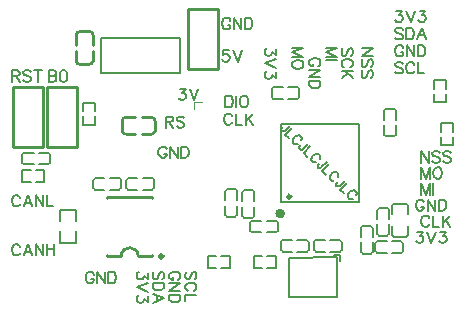
<source format=gto>
G04 Layer: TopSilkscreenLayer*
G04 EasyEDA v6.5.40, 2024-02-03 19:01:27*
G04 629f34bd56064ca5b14c1ddf27600c48,2e16165ee3bb4678bfb3015e44e098b9,10*
G04 Gerber Generator version 0.2*
G04 Scale: 100 percent, Rotated: No, Reflected: No *
G04 Dimensions in millimeters *
G04 leading zeros omitted , absolute positions ,4 integer and 5 decimal *
%FSLAX45Y45*%
%MOMM*%

%ADD10C,0.1600*%
%ADD11C,0.1524*%
%ADD12C,0.2540*%
%ADD13C,0.2000*%
%ADD14C,0.1520*%
%ADD15C,0.1200*%
%ADD16C,0.4000*%
%ADD17C,0.3000*%
%ADD18C,0.0105*%

%LPD*%
D10*
X1904464Y-469069D02*
G01*
X1858998Y-469069D01*
X1854426Y-509963D01*
X1858998Y-505391D01*
X1872714Y-500819D01*
X1886430Y-500819D01*
X1899892Y-505391D01*
X1909036Y-514535D01*
X1913608Y-528251D01*
X1913608Y-537395D01*
X1909036Y-550857D01*
X1899892Y-560001D01*
X1886430Y-564573D01*
X1872714Y-564573D01*
X1858998Y-560001D01*
X1854426Y-555429D01*
X1850108Y-546285D01*
X1943580Y-469069D02*
G01*
X1979902Y-564573D01*
X2016478Y-469069D02*
G01*
X1979902Y-564573D01*
X1918177Y-216915D02*
G01*
X1913605Y-207771D01*
X1904461Y-198628D01*
X1895571Y-194055D01*
X1877283Y-194055D01*
X1868139Y-198628D01*
X1858995Y-207771D01*
X1854677Y-216915D01*
X1850105Y-230631D01*
X1850105Y-253237D01*
X1854677Y-266954D01*
X1858995Y-276097D01*
X1868139Y-284987D01*
X1877283Y-289560D01*
X1895571Y-289560D01*
X1904461Y-284987D01*
X1913605Y-276097D01*
X1918177Y-266954D01*
X1918177Y-253237D01*
X1895571Y-253237D02*
G01*
X1918177Y-253237D01*
X1948149Y-194055D02*
G01*
X1948149Y-289560D01*
X1948149Y-194055D02*
G01*
X2011903Y-289560D01*
X2011903Y-194055D02*
G01*
X2011903Y-289560D01*
X2041875Y-194055D02*
G01*
X2041875Y-289560D01*
X2041875Y-194055D02*
G01*
X2073625Y-194055D01*
X2087341Y-198628D01*
X2096485Y-207771D01*
X2100803Y-216915D01*
X2105375Y-230631D01*
X2105375Y-253237D01*
X2100803Y-266954D01*
X2096485Y-276097D01*
X2087341Y-284987D01*
X2073625Y-289560D01*
X2041875Y-289560D01*
X70114Y-639132D02*
G01*
X70114Y-734636D01*
X70114Y-639132D02*
G01*
X111008Y-639132D01*
X124470Y-643704D01*
X129042Y-648276D01*
X133614Y-657166D01*
X133614Y-666310D01*
X129042Y-675454D01*
X124470Y-680026D01*
X111008Y-684598D01*
X70114Y-684598D01*
X101864Y-684598D02*
G01*
X133614Y-734636D01*
X227340Y-652848D02*
G01*
X218196Y-643704D01*
X204480Y-639132D01*
X186446Y-639132D01*
X172730Y-643704D01*
X163586Y-652848D01*
X163586Y-661738D01*
X168158Y-670882D01*
X172730Y-675454D01*
X181874Y-680026D01*
X209052Y-689170D01*
X218196Y-693742D01*
X222768Y-698060D01*
X227340Y-707204D01*
X227340Y-720920D01*
X218196Y-730064D01*
X204480Y-734636D01*
X186446Y-734636D01*
X172730Y-730064D01*
X163586Y-720920D01*
X289062Y-639132D02*
G01*
X289062Y-734636D01*
X257312Y-639132D02*
G01*
X320812Y-639132D01*
X379984Y-639063D02*
G01*
X379984Y-734568D01*
X379984Y-639063D02*
G01*
X420878Y-639063D01*
X434594Y-643636D01*
X439165Y-648207D01*
X443737Y-657352D01*
X443737Y-666495D01*
X439165Y-675386D01*
X434594Y-679957D01*
X420878Y-684529D01*
X379984Y-684529D02*
G01*
X420878Y-684529D01*
X434594Y-689102D01*
X439165Y-693673D01*
X443737Y-702818D01*
X443737Y-716279D01*
X439165Y-725423D01*
X434594Y-729995D01*
X420878Y-734568D01*
X379984Y-734568D01*
X500887Y-639063D02*
G01*
X487171Y-643636D01*
X478281Y-657352D01*
X473710Y-679957D01*
X473710Y-693673D01*
X478281Y-716279D01*
X487171Y-729995D01*
X500887Y-734568D01*
X510031Y-734568D01*
X523747Y-729995D01*
X532637Y-716279D01*
X537210Y-693673D01*
X537210Y-679957D01*
X532637Y-657352D01*
X523747Y-643636D01*
X510031Y-639063D01*
X500887Y-639063D01*
X138176Y-1716786D02*
G01*
X133604Y-1707642D01*
X124460Y-1698752D01*
X115570Y-1694179D01*
X97281Y-1694179D01*
X88137Y-1698752D01*
X78994Y-1707642D01*
X74421Y-1716786D01*
X70104Y-1730502D01*
X70104Y-1753107D01*
X74421Y-1766823D01*
X78994Y-1775968D01*
X88137Y-1785112D01*
X97281Y-1789429D01*
X115570Y-1789429D01*
X124460Y-1785112D01*
X133604Y-1775968D01*
X138176Y-1766823D01*
X204470Y-1694179D02*
G01*
X168147Y-1789429D01*
X204470Y-1694179D02*
G01*
X240792Y-1789429D01*
X181863Y-1757679D02*
G01*
X227329Y-1757679D01*
X271018Y-1694179D02*
G01*
X271018Y-1789429D01*
X271018Y-1694179D02*
G01*
X334518Y-1789429D01*
X334518Y-1694179D02*
G01*
X334518Y-1789429D01*
X364489Y-1694179D02*
G01*
X364489Y-1789429D01*
X364489Y-1789429D02*
G01*
X419100Y-1789429D01*
X138176Y-2131821D02*
G01*
X133604Y-2122931D01*
X124713Y-2113787D01*
X115570Y-2109215D01*
X97281Y-2109215D01*
X88137Y-2113787D01*
X79247Y-2122931D01*
X74676Y-2131821D01*
X70104Y-2145537D01*
X70104Y-2168397D01*
X74676Y-2181860D01*
X79247Y-2191004D01*
X88137Y-2200147D01*
X97281Y-2204720D01*
X115570Y-2204720D01*
X124713Y-2200147D01*
X133604Y-2191004D01*
X138176Y-2181860D01*
X204723Y-2109215D02*
G01*
X168147Y-2204720D01*
X204723Y-2109215D02*
G01*
X241045Y-2204720D01*
X181863Y-2172715D02*
G01*
X227329Y-2172715D01*
X271018Y-2109215D02*
G01*
X271018Y-2204720D01*
X271018Y-2109215D02*
G01*
X334518Y-2204720D01*
X334518Y-2109215D02*
G01*
X334518Y-2204720D01*
X364744Y-2109215D02*
G01*
X364744Y-2204720D01*
X428244Y-2109215D02*
G01*
X428244Y-2204720D01*
X364744Y-2154681D02*
G01*
X428244Y-2154681D01*
X1617296Y-2408417D02*
G01*
X1626440Y-2399273D01*
X1630758Y-2385811D01*
X1630758Y-2367523D01*
X1626440Y-2353807D01*
X1617296Y-2344917D01*
X1608152Y-2344917D01*
X1599008Y-2349489D01*
X1594436Y-2353807D01*
X1589864Y-2362951D01*
X1580974Y-2390383D01*
X1576402Y-2399273D01*
X1571830Y-2403845D01*
X1562686Y-2408417D01*
X1548970Y-2408417D01*
X1540080Y-2399273D01*
X1535508Y-2385811D01*
X1535508Y-2367523D01*
X1540080Y-2353807D01*
X1548970Y-2344917D01*
X1608152Y-2506715D02*
G01*
X1617296Y-2502143D01*
X1626440Y-2492999D01*
X1630758Y-2483855D01*
X1630758Y-2465821D01*
X1626440Y-2456677D01*
X1617296Y-2447533D01*
X1608152Y-2442961D01*
X1594436Y-2438389D01*
X1571830Y-2438389D01*
X1558114Y-2442961D01*
X1548970Y-2447533D01*
X1540080Y-2456677D01*
X1535508Y-2465821D01*
X1535508Y-2483855D01*
X1540080Y-2492999D01*
X1548970Y-2502143D01*
X1558114Y-2506715D01*
X1630758Y-2536687D02*
G01*
X1535508Y-2536687D01*
X1535508Y-2536687D02*
G01*
X1535508Y-2591297D01*
X1471434Y-2412994D02*
G01*
X1480576Y-2408420D01*
X1489715Y-2399284D01*
X1494287Y-2390381D01*
X1494287Y-2372100D01*
X1489715Y-2362956D01*
X1480576Y-2353810D01*
X1471434Y-2349497D01*
X1457718Y-2344920D01*
X1435117Y-2344920D01*
X1421399Y-2349497D01*
X1412247Y-2353810D01*
X1403367Y-2362956D01*
X1398785Y-2372100D01*
X1398785Y-2390381D01*
X1403367Y-2399284D01*
X1412247Y-2408420D01*
X1421399Y-2412994D01*
X1435117Y-2412994D01*
X1435117Y-2390381D02*
G01*
X1435117Y-2412994D01*
X1494287Y-2442961D02*
G01*
X1398785Y-2442961D01*
X1494287Y-2442961D02*
G01*
X1398785Y-2506723D01*
X1494287Y-2506723D02*
G01*
X1398785Y-2506723D01*
X1494287Y-2536692D02*
G01*
X1398785Y-2536692D01*
X1494287Y-2536692D02*
G01*
X1494287Y-2568442D01*
X1489715Y-2582148D01*
X1480576Y-2591297D01*
X1471434Y-2595608D01*
X1457718Y-2600192D01*
X1435117Y-2600192D01*
X1421399Y-2595608D01*
X1412247Y-2591297D01*
X1403367Y-2582148D01*
X1398785Y-2568442D01*
X1398785Y-2536692D01*
X1344112Y-2408417D02*
G01*
X1353002Y-2399273D01*
X1357574Y-2385811D01*
X1357574Y-2367523D01*
X1353002Y-2353807D01*
X1344112Y-2344917D01*
X1334968Y-2344917D01*
X1325824Y-2349235D01*
X1321252Y-2353807D01*
X1316680Y-2362951D01*
X1307536Y-2390383D01*
X1302964Y-2399273D01*
X1298646Y-2403845D01*
X1289502Y-2408417D01*
X1275786Y-2408417D01*
X1266642Y-2399273D01*
X1262070Y-2385811D01*
X1262070Y-2367523D01*
X1266642Y-2353807D01*
X1275786Y-2344917D01*
X1357574Y-2438389D02*
G01*
X1262070Y-2438389D01*
X1357574Y-2438389D02*
G01*
X1357574Y-2470139D01*
X1353002Y-2483855D01*
X1344112Y-2492999D01*
X1334968Y-2497571D01*
X1321252Y-2502143D01*
X1298646Y-2502143D01*
X1284930Y-2497571D01*
X1275786Y-2492999D01*
X1266642Y-2483855D01*
X1262070Y-2470139D01*
X1262070Y-2438389D01*
X1357574Y-2568437D02*
G01*
X1262070Y-2532115D01*
X1357574Y-2568437D02*
G01*
X1262070Y-2604759D01*
X1294074Y-2545831D02*
G01*
X1294074Y-2591297D01*
X1220861Y-2354061D02*
G01*
X1220861Y-2404099D01*
X1184539Y-2376921D01*
X1184539Y-2390383D01*
X1179967Y-2399527D01*
X1175395Y-2404099D01*
X1161933Y-2408671D01*
X1152789Y-2408671D01*
X1139073Y-2404099D01*
X1129929Y-2394955D01*
X1125357Y-2381239D01*
X1125357Y-2367777D01*
X1129929Y-2354061D01*
X1134501Y-2349489D01*
X1143645Y-2344917D01*
X1220861Y-2438643D02*
G01*
X1125357Y-2474965D01*
X1220861Y-2511287D02*
G01*
X1125357Y-2474965D01*
X1220861Y-2550403D02*
G01*
X1220861Y-2600441D01*
X1184539Y-2573263D01*
X1184539Y-2586725D01*
X1179967Y-2595869D01*
X1175395Y-2600441D01*
X1161933Y-2605013D01*
X1152789Y-2605013D01*
X1139073Y-2600441D01*
X1129929Y-2591297D01*
X1125357Y-2577835D01*
X1125357Y-2564119D01*
X1129929Y-2550403D01*
X1134501Y-2545831D01*
X1143645Y-2541259D01*
X1875091Y-854156D02*
G01*
X1875091Y-949660D01*
X1875091Y-854156D02*
G01*
X1906841Y-854156D01*
X1920557Y-858728D01*
X1929447Y-867618D01*
X1934019Y-876762D01*
X1938591Y-890478D01*
X1938591Y-913084D01*
X1934019Y-926800D01*
X1929447Y-935944D01*
X1920557Y-945088D01*
X1906841Y-949660D01*
X1875091Y-949660D01*
X1968563Y-854156D02*
G01*
X1968563Y-949660D01*
X2025967Y-854156D02*
G01*
X2016823Y-858728D01*
X2007679Y-867618D01*
X2003107Y-876762D01*
X1998535Y-890478D01*
X1998535Y-913084D01*
X2003107Y-926800D01*
X2007679Y-935944D01*
X2016823Y-945088D01*
X2025967Y-949660D01*
X2044001Y-949660D01*
X2053145Y-945088D01*
X2062289Y-935944D01*
X2066861Y-926800D01*
X2071433Y-913084D01*
X2071433Y-890478D01*
X2066861Y-876762D01*
X2062289Y-867618D01*
X2053145Y-858728D01*
X2044001Y-854156D01*
X2025967Y-854156D01*
X1933107Y-1026749D02*
G01*
X1928535Y-1017605D01*
X1919645Y-1008715D01*
X1910501Y-1004143D01*
X1892213Y-1004143D01*
X1883069Y-1008715D01*
X1874179Y-1017605D01*
X1869607Y-1026749D01*
X1865035Y-1040465D01*
X1865035Y-1063071D01*
X1869607Y-1076787D01*
X1874179Y-1085931D01*
X1883069Y-1095075D01*
X1892213Y-1099647D01*
X1910501Y-1099647D01*
X1919645Y-1095075D01*
X1928535Y-1085931D01*
X1933107Y-1076787D01*
X1963079Y-1004143D02*
G01*
X1963079Y-1099647D01*
X1963079Y-1099647D02*
G01*
X2017689Y-1099647D01*
X2047661Y-1004143D02*
G01*
X2047661Y-1099647D01*
X2111415Y-1004143D02*
G01*
X2047661Y-1067643D01*
X2070521Y-1045037D02*
G01*
X2111415Y-1099647D01*
X2658135Y-603171D02*
G01*
X2667284Y-598591D01*
X2676420Y-589460D01*
X2681000Y-580557D01*
X2681000Y-562267D01*
X2676420Y-553130D01*
X2667284Y-543994D01*
X2658135Y-539671D01*
X2644409Y-535091D01*
X2621818Y-535091D01*
X2608089Y-539671D01*
X2598953Y-543994D01*
X2590068Y-553130D01*
X2585488Y-562267D01*
X2585488Y-580557D01*
X2590068Y-589460D01*
X2598953Y-598591D01*
X2608089Y-603171D01*
X2621818Y-603171D01*
X2621818Y-580557D02*
G01*
X2621818Y-603171D01*
X2681000Y-633145D02*
G01*
X2585488Y-633145D01*
X2681000Y-633145D02*
G01*
X2585488Y-696884D01*
X2681000Y-696884D02*
G01*
X2585488Y-696884D01*
X2681000Y-726876D02*
G01*
X2585488Y-726876D01*
X2681000Y-726876D02*
G01*
X2681000Y-758626D01*
X2676420Y-772342D01*
X2667284Y-781479D01*
X2658135Y-785784D01*
X2644409Y-790376D01*
X2621818Y-790376D01*
X2608089Y-785784D01*
X2598953Y-781479D01*
X2590068Y-772342D01*
X2585488Y-758626D01*
X2585488Y-726876D01*
X2535844Y-450044D02*
G01*
X2440594Y-450044D01*
X2535844Y-450044D02*
G01*
X2440594Y-486366D01*
X2535844Y-522942D02*
G01*
X2440594Y-486366D01*
X2535844Y-522942D02*
G01*
X2440594Y-522942D01*
X2535844Y-580092D02*
G01*
X2531526Y-570948D01*
X2522382Y-561804D01*
X2513238Y-557486D01*
X2499522Y-552914D01*
X2476916Y-552914D01*
X2463200Y-557486D01*
X2454056Y-561804D01*
X2445166Y-570948D01*
X2440594Y-580092D01*
X2440594Y-598380D01*
X2445166Y-607270D01*
X2454056Y-616414D01*
X2463200Y-620986D01*
X2476916Y-625558D01*
X2499522Y-625558D01*
X2513238Y-620986D01*
X2522382Y-616414D01*
X2531526Y-607270D01*
X2535844Y-598380D01*
X2535844Y-580092D01*
X2825889Y-450042D02*
G01*
X2730385Y-450042D01*
X2825889Y-450042D02*
G01*
X2730385Y-486364D01*
X2825889Y-522686D02*
G01*
X2730385Y-486364D01*
X2825889Y-522686D02*
G01*
X2730385Y-522686D01*
X2825889Y-552658D02*
G01*
X2730385Y-552658D01*
X2942323Y-513542D02*
G01*
X2951467Y-504398D01*
X2955785Y-490936D01*
X2955785Y-472648D01*
X2951467Y-458932D01*
X2942323Y-450042D01*
X2933179Y-450042D01*
X2924035Y-454614D01*
X2919463Y-458932D01*
X2914891Y-468076D01*
X2906001Y-495508D01*
X2901429Y-504398D01*
X2896857Y-508970D01*
X2887713Y-513542D01*
X2873997Y-513542D01*
X2865107Y-504398D01*
X2860535Y-490936D01*
X2860535Y-472648D01*
X2865107Y-458932D01*
X2873997Y-450042D01*
X2933179Y-611840D02*
G01*
X2942323Y-607268D01*
X2951467Y-598124D01*
X2955785Y-588980D01*
X2955785Y-570946D01*
X2951467Y-561802D01*
X2942323Y-552658D01*
X2933179Y-548086D01*
X2919463Y-543514D01*
X2896857Y-543514D01*
X2883141Y-548086D01*
X2873997Y-552658D01*
X2865107Y-561802D01*
X2860535Y-570946D01*
X2860535Y-588980D01*
X2865107Y-598124D01*
X2873997Y-607268D01*
X2883141Y-611840D01*
X2955785Y-641812D02*
G01*
X2860535Y-641812D01*
X2955785Y-705312D02*
G01*
X2892285Y-641812D01*
X2914891Y-664418D02*
G01*
X2860535Y-705312D01*
X3125906Y-450044D02*
G01*
X3030402Y-450044D01*
X3125906Y-450044D02*
G01*
X3030402Y-513544D01*
X3125906Y-513544D02*
G01*
X3030402Y-513544D01*
X3112190Y-607270D02*
G01*
X3121334Y-598126D01*
X3125906Y-584410D01*
X3125906Y-566376D01*
X3121334Y-552660D01*
X3112190Y-543516D01*
X3103300Y-543516D01*
X3094156Y-548088D01*
X3089584Y-552660D01*
X3085012Y-561804D01*
X3075868Y-588982D01*
X3071296Y-598126D01*
X3066724Y-602698D01*
X3057834Y-607270D01*
X3044118Y-607270D01*
X3034974Y-598126D01*
X3030402Y-584410D01*
X3030402Y-566376D01*
X3034974Y-552660D01*
X3044118Y-543516D01*
X3112190Y-700742D02*
G01*
X3121334Y-691852D01*
X3125906Y-678136D01*
X3125906Y-659848D01*
X3121334Y-646386D01*
X3112190Y-637242D01*
X3103300Y-637242D01*
X3094156Y-641814D01*
X3089584Y-646386D01*
X3085012Y-655276D01*
X3075868Y-682708D01*
X3071296Y-691852D01*
X3066724Y-696170D01*
X3057834Y-700742D01*
X3044118Y-700742D01*
X3034974Y-691852D01*
X3030402Y-678136D01*
X3030402Y-659848D01*
X3034974Y-646386D01*
X3044118Y-637242D01*
X3535113Y-1324104D02*
G01*
X3535113Y-1419588D01*
X3535113Y-1324104D02*
G01*
X3598613Y-1419588D01*
X3598613Y-1324104D02*
G01*
X3598613Y-1419588D01*
X3692321Y-1337797D02*
G01*
X3683182Y-1328681D01*
X3669466Y-1324104D01*
X3651432Y-1324104D01*
X3637716Y-1328681D01*
X3628580Y-1337797D01*
X3628580Y-1346700D01*
X3633160Y-1355854D01*
X3637716Y-1360431D01*
X3646853Y-1365001D01*
X3674046Y-1374137D01*
X3683182Y-1378714D01*
X3687765Y-1383286D01*
X3692321Y-1392181D01*
X3692321Y-1405887D01*
X3683182Y-1415036D01*
X3669466Y-1419588D01*
X3651432Y-1419588D01*
X3637716Y-1415036D01*
X3628580Y-1405887D01*
X3785811Y-1337797D02*
G01*
X3776913Y-1328681D01*
X3763197Y-1324104D01*
X3744915Y-1324104D01*
X3731447Y-1328681D01*
X3722311Y-1337797D01*
X3722311Y-1346700D01*
X3726868Y-1355854D01*
X3731447Y-1360431D01*
X3740332Y-1365001D01*
X3767777Y-1374137D01*
X3776913Y-1378714D01*
X3781221Y-1383286D01*
X3785811Y-1392181D01*
X3785811Y-1405887D01*
X3776913Y-1415036D01*
X3763197Y-1419588D01*
X3744915Y-1419588D01*
X3731447Y-1415036D01*
X3722311Y-1405887D01*
X3535123Y-1460093D02*
G01*
X3535123Y-1555597D01*
X3535123Y-1460093D02*
G01*
X3571445Y-1555597D01*
X3608021Y-1460093D02*
G01*
X3571445Y-1555597D01*
X3608021Y-1460093D02*
G01*
X3608021Y-1555597D01*
X3665171Y-1460093D02*
G01*
X3656027Y-1464665D01*
X3647137Y-1473809D01*
X3642565Y-1482953D01*
X3637993Y-1496415D01*
X3637993Y-1519275D01*
X3642565Y-1532737D01*
X3647137Y-1541881D01*
X3656027Y-1551025D01*
X3665171Y-1555597D01*
X3683459Y-1555597D01*
X3692349Y-1551025D01*
X3701493Y-1541881D01*
X3706065Y-1532737D01*
X3710637Y-1519275D01*
X3710637Y-1496415D01*
X3706065Y-1482953D01*
X3701493Y-1473809D01*
X3692349Y-1464665D01*
X3683459Y-1460093D01*
X3665171Y-1460093D01*
X3535123Y-1596105D02*
G01*
X3535123Y-1691609D01*
X3535123Y-1596105D02*
G01*
X3571445Y-1691609D01*
X3607767Y-1596105D02*
G01*
X3571445Y-1691609D01*
X3607767Y-1596105D02*
G01*
X3607767Y-1691609D01*
X3637993Y-1596105D02*
G01*
X3637993Y-1691609D01*
X3558336Y-1754977D02*
G01*
X3553764Y-1745833D01*
X3544620Y-1736689D01*
X3535730Y-1732117D01*
X3517442Y-1732117D01*
X3508298Y-1736689D01*
X3499408Y-1745833D01*
X3494836Y-1754977D01*
X3490264Y-1768693D01*
X3490264Y-1791299D01*
X3494836Y-1805015D01*
X3499408Y-1814159D01*
X3508298Y-1823049D01*
X3517442Y-1827621D01*
X3535730Y-1827621D01*
X3544620Y-1823049D01*
X3553764Y-1814159D01*
X3558336Y-1805015D01*
X3558336Y-1791299D01*
X3535730Y-1791299D02*
G01*
X3558336Y-1791299D01*
X3588308Y-1732117D02*
G01*
X3588308Y-1827621D01*
X3588308Y-1732117D02*
G01*
X3652062Y-1827621D01*
X3652062Y-1732117D02*
G01*
X3652062Y-1827621D01*
X3682034Y-1732117D02*
G01*
X3682034Y-1827621D01*
X3682034Y-1732117D02*
G01*
X3713784Y-1732117D01*
X3727500Y-1736689D01*
X3736644Y-1745833D01*
X3741216Y-1754977D01*
X3745534Y-1768693D01*
X3745534Y-1791299D01*
X3741216Y-1805015D01*
X3736644Y-1814159D01*
X3727500Y-1823049D01*
X3713784Y-1827621D01*
X3682034Y-1827621D01*
X3603447Y-1890994D02*
G01*
X3598875Y-1881850D01*
X3589731Y-1872706D01*
X3580587Y-1868134D01*
X3562553Y-1868134D01*
X3553409Y-1872706D01*
X3544265Y-1881850D01*
X3539693Y-1890994D01*
X3535121Y-1904456D01*
X3535121Y-1927316D01*
X3539693Y-1940778D01*
X3544265Y-1949922D01*
X3553409Y-1959066D01*
X3562553Y-1963638D01*
X3580587Y-1963638D01*
X3589731Y-1959066D01*
X3598875Y-1949922D01*
X3603447Y-1940778D01*
X3633419Y-1868134D02*
G01*
X3633419Y-1963638D01*
X3633419Y-1963638D02*
G01*
X3688029Y-1963638D01*
X3718001Y-1868134D02*
G01*
X3718001Y-1963638D01*
X3781501Y-1868134D02*
G01*
X3718001Y-1931888D01*
X3740607Y-1909028D02*
G01*
X3781501Y-1963638D01*
X3499401Y-2004143D02*
G01*
X3549439Y-2004143D01*
X3522007Y-2040465D01*
X3535723Y-2040465D01*
X3544867Y-2045037D01*
X3549439Y-2049609D01*
X3553757Y-2063071D01*
X3553757Y-2072215D01*
X3549439Y-2085931D01*
X3540295Y-2095075D01*
X3526579Y-2099393D01*
X3512863Y-2099393D01*
X3499401Y-2095075D01*
X3494829Y-2090503D01*
X3490257Y-2081359D01*
X3583983Y-2004143D02*
G01*
X3620305Y-2099393D01*
X3656627Y-2004143D02*
G01*
X3620305Y-2099393D01*
X3695743Y-2004143D02*
G01*
X3745781Y-2004143D01*
X3718349Y-2040465D01*
X3732065Y-2040465D01*
X3741209Y-2045037D01*
X3745781Y-2049609D01*
X3750353Y-2063071D01*
X3750353Y-2072215D01*
X3745781Y-2085931D01*
X3736637Y-2095075D01*
X3722921Y-2099393D01*
X3709459Y-2099393D01*
X3695743Y-2095075D01*
X3691171Y-2090503D01*
X3686599Y-2081359D01*
X2305740Y-459244D02*
G01*
X2305740Y-509287D01*
X2269418Y-481840D01*
X2269418Y-495574D01*
X2264836Y-504708D01*
X2260264Y-509287D01*
X2246805Y-513590D01*
X2237668Y-513590D01*
X2223935Y-509287D01*
X2214803Y-500123D01*
X2210490Y-486437D01*
X2210490Y-472711D01*
X2214803Y-459244D01*
X2219370Y-454687D01*
X2228514Y-450090D01*
X2305740Y-543821D02*
G01*
X2210490Y-580148D01*
X2305740Y-616475D02*
G01*
X2210490Y-580148D01*
X2305740Y-655591D02*
G01*
X2305740Y-705632D01*
X2269418Y-678205D01*
X2269418Y-691918D01*
X2264836Y-701052D01*
X2260264Y-705632D01*
X2246805Y-710206D01*
X2237668Y-710206D01*
X2223935Y-705632D01*
X2214803Y-696480D01*
X2210490Y-682754D01*
X2210490Y-669302D01*
X2214803Y-655591D01*
X2219370Y-651004D01*
X2228514Y-646455D01*
X3324153Y-134195D02*
G01*
X3374199Y-134195D01*
X3346744Y-170512D01*
X3360483Y-170512D01*
X3369619Y-175092D01*
X3374199Y-179669D01*
X3378494Y-193126D01*
X3378494Y-202262D01*
X3374199Y-215996D01*
X3365030Y-225127D01*
X3351347Y-229445D01*
X3337618Y-229445D01*
X3324153Y-225127D01*
X3319597Y-220555D01*
X3314994Y-211419D01*
X3408725Y-134195D02*
G01*
X3445055Y-229445D01*
X3481384Y-134195D02*
G01*
X3445055Y-229445D01*
X3520500Y-134195D02*
G01*
X3570536Y-134195D01*
X3543114Y-170512D01*
X3556830Y-170512D01*
X3565956Y-175092D01*
X3570536Y-179669D01*
X3575116Y-193126D01*
X3575116Y-202262D01*
X3570536Y-215996D01*
X3561387Y-225127D01*
X3547661Y-229445D01*
X3534206Y-229445D01*
X3520500Y-225127D01*
X3515911Y-220555D01*
X3511364Y-211419D01*
X3378494Y-292483D02*
G01*
X3369350Y-283598D01*
X3355886Y-279029D01*
X3337600Y-279029D01*
X3323879Y-283598D01*
X3314994Y-292483D01*
X3314994Y-301632D01*
X3319315Y-310779D01*
X3323879Y-315348D01*
X3333028Y-319918D01*
X3360455Y-329064D01*
X3369350Y-333634D01*
X3373920Y-337952D01*
X3378494Y-347098D01*
X3378494Y-360814D01*
X3369350Y-369958D01*
X3355886Y-374530D01*
X3337600Y-374530D01*
X3323879Y-369958D01*
X3314994Y-360814D01*
X3408466Y-279029D02*
G01*
X3408466Y-374530D01*
X3408466Y-279029D02*
G01*
X3440216Y-279029D01*
X3453932Y-283598D01*
X3463071Y-292483D01*
X3467646Y-301632D01*
X3472220Y-315348D01*
X3472220Y-337952D01*
X3467646Y-351668D01*
X3463071Y-360814D01*
X3453932Y-369958D01*
X3440216Y-374530D01*
X3408466Y-374530D01*
X3538512Y-279029D02*
G01*
X3502187Y-374530D01*
X3538512Y-279029D02*
G01*
X3574836Y-374530D01*
X3515903Y-342529D02*
G01*
X3561372Y-342529D01*
X3383069Y-446968D02*
G01*
X3378489Y-437819D01*
X3369353Y-428683D01*
X3360455Y-424113D01*
X3342170Y-424113D01*
X3333033Y-428683D01*
X3323874Y-437819D01*
X3319569Y-446968D01*
X3314989Y-460684D01*
X3314989Y-483275D01*
X3319569Y-497001D01*
X3323874Y-506150D01*
X3333033Y-515025D01*
X3342170Y-519615D01*
X3360455Y-519615D01*
X3369353Y-515025D01*
X3378489Y-506150D01*
X3383069Y-497001D01*
X3383069Y-483275D01*
X3360455Y-483275D02*
G01*
X3383069Y-483275D01*
X3413025Y-424113D02*
G01*
X3413025Y-519615D01*
X3413025Y-424113D02*
G01*
X3476790Y-519615D01*
X3476790Y-424113D02*
G01*
X3476790Y-519615D01*
X3506757Y-424113D02*
G01*
X3506757Y-519615D01*
X3506757Y-424113D02*
G01*
X3538507Y-424113D01*
X3552223Y-428683D01*
X3561372Y-437819D01*
X3565677Y-446968D01*
X3570257Y-460684D01*
X3570257Y-483275D01*
X3565677Y-497001D01*
X3561372Y-506150D01*
X3552223Y-515025D01*
X3538507Y-519615D01*
X3506757Y-519615D01*
X3378499Y-582663D02*
G01*
X3369350Y-573514D01*
X3355898Y-569198D01*
X3337600Y-569198D01*
X3323897Y-573514D01*
X3314999Y-582663D01*
X3314999Y-591799D01*
X3319574Y-600948D01*
X3323897Y-605520D01*
X3333038Y-610090D01*
X3360458Y-618982D01*
X3369350Y-623549D01*
X3373932Y-628124D01*
X3378499Y-637270D01*
X3378499Y-650984D01*
X3369350Y-659874D01*
X3355898Y-664448D01*
X3337600Y-664448D01*
X3323897Y-659874D01*
X3314999Y-650984D01*
X3476800Y-591799D02*
G01*
X3472225Y-582663D01*
X3463081Y-573514D01*
X3453937Y-569198D01*
X3435906Y-569198D01*
X3426759Y-573514D01*
X3417608Y-582663D01*
X3413048Y-591799D01*
X3408474Y-605520D01*
X3408474Y-628124D01*
X3413048Y-641840D01*
X3417608Y-650984D01*
X3426759Y-659874D01*
X3435906Y-664448D01*
X3453937Y-664448D01*
X3463081Y-659874D01*
X3472225Y-650984D01*
X3476800Y-641840D01*
X3506772Y-569198D02*
G01*
X3506772Y-664448D01*
X3506772Y-664448D02*
G01*
X3561384Y-664448D01*
X2423063Y-1106627D02*
G01*
X2379240Y-1150449D01*
X2368463Y-1155839D01*
X2362715Y-1155839D01*
X2354635Y-1153144D01*
X2349245Y-1147757D01*
X2346373Y-1139494D01*
X2346553Y-1133927D01*
X2351940Y-1123149D01*
X2357508Y-1117582D01*
X2441023Y-1124587D02*
G01*
X2383551Y-1182060D01*
X2383551Y-1182060D02*
G01*
X2416418Y-1214927D01*
X2519151Y-1230015D02*
G01*
X2521846Y-1221933D01*
X2521846Y-1211158D01*
X2519151Y-1202715D01*
X2508196Y-1191760D01*
X2499934Y-1189245D01*
X2489159Y-1189245D01*
X2480896Y-1191760D01*
X2469941Y-1197328D01*
X2456291Y-1210978D01*
X2450724Y-1221933D01*
X2448209Y-1230195D01*
X2448029Y-1241150D01*
X2450724Y-1249232D01*
X2461679Y-1260190D01*
X2469941Y-1263063D01*
X2480896Y-1262882D01*
X2488979Y-1260190D01*
X2578242Y-1261805D02*
G01*
X2534419Y-1305628D01*
X2523642Y-1311018D01*
X2517896Y-1311018D01*
X2509814Y-1308323D01*
X2504424Y-1302936D01*
X2501552Y-1294673D01*
X2501732Y-1289105D01*
X2507119Y-1278328D01*
X2512687Y-1272760D01*
X2596202Y-1279766D02*
G01*
X2538729Y-1337238D01*
X2538729Y-1337238D02*
G01*
X2571597Y-1370109D01*
X2674332Y-1385194D02*
G01*
X2677025Y-1377111D01*
X2677025Y-1366337D01*
X2674332Y-1357894D01*
X2663375Y-1346939D01*
X2655112Y-1344424D01*
X2644338Y-1344424D01*
X2636075Y-1346939D01*
X2625120Y-1352506D01*
X2611470Y-1366156D01*
X2605902Y-1377111D01*
X2603388Y-1385374D01*
X2603207Y-1396329D01*
X2605902Y-1404411D01*
X2616857Y-1415369D01*
X2625120Y-1418242D01*
X2636075Y-1418061D01*
X2644157Y-1415369D01*
X2733420Y-1416984D02*
G01*
X2689598Y-1460807D01*
X2678821Y-1466197D01*
X2673075Y-1466197D01*
X2664993Y-1463502D01*
X2659603Y-1458114D01*
X2656730Y-1449852D01*
X2656911Y-1444284D01*
X2662298Y-1433507D01*
X2667866Y-1427939D01*
X2751381Y-1434945D02*
G01*
X2693908Y-1492417D01*
X2693908Y-1492417D02*
G01*
X2726776Y-1525287D01*
X2829511Y-1540372D02*
G01*
X2832204Y-1532290D01*
X2832204Y-1521515D01*
X2829511Y-1513072D01*
X2818554Y-1502117D01*
X2810291Y-1499603D01*
X2799516Y-1499603D01*
X2791254Y-1502117D01*
X2780299Y-1507685D01*
X2766649Y-1521335D01*
X2761081Y-1532290D01*
X2758566Y-1540553D01*
X2758386Y-1551508D01*
X2761081Y-1559590D01*
X2772036Y-1570548D01*
X2780299Y-1573420D01*
X2791254Y-1573240D01*
X2799336Y-1570548D01*
X2888599Y-1572163D02*
G01*
X2844777Y-1615986D01*
X2833999Y-1621375D01*
X2828254Y-1621375D01*
X2820172Y-1618681D01*
X2814782Y-1613293D01*
X2811909Y-1605031D01*
X2812089Y-1599463D01*
X2817477Y-1588686D01*
X2823044Y-1583118D01*
X2906560Y-1590123D02*
G01*
X2849087Y-1647598D01*
X2849087Y-1647598D02*
G01*
X2881955Y-1680466D01*
X2984690Y-1695551D02*
G01*
X2987382Y-1687469D01*
X2987382Y-1676694D01*
X2984690Y-1668251D01*
X2973732Y-1657296D01*
X2965472Y-1654782D01*
X2954695Y-1654782D01*
X2946433Y-1657296D01*
X2935477Y-1662864D01*
X2921828Y-1676514D01*
X2916260Y-1687469D01*
X2913745Y-1695731D01*
X2913565Y-1706686D01*
X2916260Y-1714769D01*
X2927215Y-1725726D01*
X2935477Y-1728599D01*
X2946433Y-1728419D01*
X2954515Y-1725726D01*
X1489202Y-794004D02*
G01*
X1538986Y-794004D01*
X1511807Y-830579D01*
X1525523Y-830579D01*
X1534668Y-834897D01*
X1538986Y-839470D01*
X1543557Y-853186D01*
X1543557Y-862329D01*
X1538986Y-875792D01*
X1530095Y-884936D01*
X1516379Y-889507D01*
X1502663Y-889507D01*
X1489202Y-884936D01*
X1484629Y-880363D01*
X1480057Y-871473D01*
X1573529Y-794004D02*
G01*
X1610105Y-889507D01*
X1646428Y-794004D02*
G01*
X1610105Y-889507D01*
X1378216Y-1306911D02*
G01*
X1373644Y-1297774D01*
X1364503Y-1288625D01*
X1355610Y-1284046D01*
X1337332Y-1284046D01*
X1328178Y-1288625D01*
X1319293Y-1297774D01*
X1314716Y-1306911D01*
X1310147Y-1320627D01*
X1310147Y-1343235D01*
X1314716Y-1356951D01*
X1319293Y-1366105D01*
X1328178Y-1374985D01*
X1337332Y-1379565D01*
X1355610Y-1379565D01*
X1364503Y-1374985D01*
X1373644Y-1366105D01*
X1378216Y-1356951D01*
X1378216Y-1343235D01*
X1355610Y-1343235D02*
G01*
X1378216Y-1343235D01*
X1408193Y-1284046D02*
G01*
X1408193Y-1379565D01*
X1408193Y-1284046D02*
G01*
X1471947Y-1379565D01*
X1471947Y-1284046D02*
G01*
X1471947Y-1379565D01*
X1501912Y-1284046D02*
G01*
X1501912Y-1379565D01*
X1501912Y-1284046D02*
G01*
X1533664Y-1284046D01*
X1547388Y-1288625D01*
X1556532Y-1297774D01*
X1561101Y-1306911D01*
X1565414Y-1320627D01*
X1565414Y-1343235D01*
X1561101Y-1356951D01*
X1556532Y-1366105D01*
X1547388Y-1374985D01*
X1533664Y-1379565D01*
X1501912Y-1379565D01*
X1369921Y-1029157D02*
G01*
X1369921Y-1124661D01*
X1369921Y-1029157D02*
G01*
X1410815Y-1029157D01*
X1424531Y-1033729D01*
X1429103Y-1038301D01*
X1433675Y-1047191D01*
X1433675Y-1056335D01*
X1429103Y-1065479D01*
X1424531Y-1070051D01*
X1410815Y-1074623D01*
X1369921Y-1074623D01*
X1401925Y-1074623D02*
G01*
X1433675Y-1124661D01*
X1527147Y-1042619D02*
G01*
X1518257Y-1033729D01*
X1504541Y-1029157D01*
X1486253Y-1029157D01*
X1472791Y-1033729D01*
X1463647Y-1042619D01*
X1463647Y-1051763D01*
X1468219Y-1060907D01*
X1472791Y-1065479D01*
X1481935Y-1070051D01*
X1509113Y-1079195D01*
X1518257Y-1083513D01*
X1522829Y-1088085D01*
X1527147Y-1097229D01*
X1527147Y-1110945D01*
X1518257Y-1120089D01*
X1504541Y-1124661D01*
X1486253Y-1124661D01*
X1472791Y-1120089D01*
X1463647Y-1110945D01*
X763242Y-2366944D02*
G01*
X758672Y-2357798D01*
X749531Y-2348659D01*
X740638Y-2344092D01*
X722350Y-2344092D01*
X713211Y-2348659D01*
X704060Y-2357798D01*
X699742Y-2366944D01*
X695172Y-2380660D01*
X695172Y-2403264D01*
X699742Y-2416980D01*
X704060Y-2426126D01*
X713211Y-2435014D01*
X722350Y-2439593D01*
X740638Y-2439593D01*
X749531Y-2435014D01*
X758672Y-2426126D01*
X763242Y-2416980D01*
X763242Y-2403264D01*
X740638Y-2403264D02*
G01*
X763242Y-2403264D01*
X793221Y-2344092D02*
G01*
X793221Y-2439593D01*
X793221Y-2344092D02*
G01*
X856973Y-2439593D01*
X856973Y-2344092D02*
G01*
X856973Y-2439593D01*
X886942Y-2344092D02*
G01*
X886942Y-2439593D01*
X886942Y-2344092D02*
G01*
X918690Y-2344092D01*
X932406Y-2348659D01*
X941550Y-2357798D01*
X945873Y-2366944D01*
X950440Y-2380660D01*
X950440Y-2403264D01*
X945873Y-2416980D01*
X941550Y-2426126D01*
X932406Y-2435014D01*
X918690Y-2439593D01*
X886942Y-2439593D01*
D11*
X1053368Y-1550136D02*
G01*
X1132377Y-1550136D01*
X1177620Y-1649856D02*
G01*
X1256629Y-1649856D01*
X1256629Y-1550136D02*
G01*
X1177620Y-1550136D01*
X1271869Y-1634617D02*
G01*
X1271869Y-1565376D01*
X1132377Y-1649856D02*
G01*
X1053368Y-1649856D01*
X1038128Y-1634617D02*
G01*
X1038128Y-1565376D01*
X976629Y-1649856D02*
G01*
X897620Y-1649856D01*
X852378Y-1550136D02*
G01*
X773369Y-1550136D01*
X773369Y-1649856D02*
G01*
X852378Y-1649856D01*
X758129Y-1565376D02*
G01*
X758129Y-1634617D01*
X897620Y-1550136D02*
G01*
X976629Y-1550136D01*
X991870Y-1565376D02*
G01*
X991870Y-1634617D01*
X376631Y-1434858D02*
G01*
X297621Y-1434858D01*
X252379Y-1335138D02*
G01*
X173370Y-1335138D01*
X173370Y-1434858D02*
G01*
X252379Y-1434858D01*
X158130Y-1350378D02*
G01*
X158130Y-1419618D01*
X297621Y-1335138D02*
G01*
X376631Y-1335138D01*
X391871Y-1350378D02*
G01*
X391871Y-1419618D01*
X2103366Y-1910135D02*
G01*
X2182375Y-1910135D01*
X2227618Y-2009856D02*
G01*
X2306627Y-2009856D01*
X2306627Y-1910135D02*
G01*
X2227618Y-1910135D01*
X2321867Y-1994616D02*
G01*
X2321867Y-1925375D01*
X2182375Y-2009856D02*
G01*
X2103366Y-2009856D01*
X2088126Y-1994616D02*
G01*
X2088126Y-1925375D01*
X3220133Y-1181628D02*
G01*
X3220133Y-1102619D01*
X3319853Y-1057376D02*
G01*
X3319853Y-978367D01*
X3220133Y-978367D02*
G01*
X3220133Y-1057376D01*
X3304613Y-963127D02*
G01*
X3235373Y-963127D01*
X3319853Y-1102619D02*
G01*
X3319853Y-1181628D01*
X3304613Y-1196868D02*
G01*
X3235373Y-1196868D01*
X2119856Y-1668365D02*
G01*
X2119856Y-1747375D01*
X2020135Y-1792617D02*
G01*
X2020135Y-1871626D01*
X2119856Y-1871626D02*
G01*
X2119856Y-1792617D01*
X2035375Y-1886866D02*
G01*
X2104616Y-1886866D01*
X2020135Y-1747375D02*
G01*
X2020135Y-1668365D01*
X2035375Y-1653125D02*
G01*
X2104616Y-1653125D01*
X2486626Y-879858D02*
G01*
X2407617Y-879858D01*
X2362375Y-780138D02*
G01*
X2283366Y-780138D01*
X2283366Y-879858D02*
G01*
X2362375Y-879858D01*
X2268126Y-795378D02*
G01*
X2268126Y-864618D01*
X2407617Y-780138D02*
G01*
X2486626Y-780138D01*
X2501866Y-795378D02*
G01*
X2501866Y-864618D01*
D12*
X645822Y-308546D02*
G01*
X725825Y-308546D01*
X614837Y-419521D02*
G01*
X614837Y-339524D01*
X756803Y-419521D02*
G01*
X756803Y-339524D01*
X614255Y-477111D02*
G01*
X614255Y-557110D01*
X645238Y-588093D02*
G01*
X725236Y-588093D01*
X756216Y-477111D02*
G01*
X756216Y-557110D01*
X1282001Y-1067970D02*
G01*
X1282001Y-1147973D01*
X1171026Y-1036985D02*
G01*
X1251023Y-1036985D01*
X1171026Y-1178951D02*
G01*
X1251023Y-1178951D01*
X1113436Y-1036403D02*
G01*
X1033437Y-1036403D01*
X1002454Y-1067386D02*
G01*
X1002454Y-1147384D01*
X1113436Y-1178364D02*
G01*
X1033437Y-1178364D01*
X77978Y-1283970D02*
G01*
X77978Y-775970D01*
X331978Y-775970D01*
X331978Y-1283970D01*
X77978Y-1283970D01*
X1558036Y-624078D02*
G01*
X1558036Y-116078D01*
X1812036Y-116078D01*
X1812036Y-624078D01*
X1558036Y-624078D01*
X624078Y-775970D02*
G01*
X624078Y-1283970D01*
X370078Y-1283970D01*
X370078Y-775970D01*
X624078Y-775970D01*
X1216799Y-2208847D02*
G01*
X1139456Y-2208847D01*
X916800Y-2208847D02*
G01*
X994171Y-2208847D01*
X916800Y-2208847D02*
G01*
X876300Y-2208847D01*
X876300Y-2199706D01*
X1216799Y-1708848D02*
G01*
X1257300Y-1708848D01*
X1257300Y-1717989D01*
X1216799Y-2208847D02*
G01*
X1257300Y-2208847D01*
X1257300Y-2199706D01*
X916800Y-1708848D02*
G01*
X876300Y-1708848D01*
X876300Y-1717989D01*
X916800Y-1708848D02*
G01*
X1216799Y-1708848D01*
D11*
X823175Y-366605D02*
G01*
X1488417Y-366605D01*
X1488417Y-660885D01*
X823175Y-660885D01*
X823175Y-366605D01*
D13*
X2390140Y-1091437D02*
G01*
X3009900Y-1091437D01*
X3009900Y-1756918D01*
X2346959Y-1756918D01*
X2346959Y-1091437D01*
X2423159Y-1091437D01*
D14*
X2844800Y-2250986D02*
G01*
X2844800Y-2200186D01*
X2794000Y-2200186D01*
D11*
X2819145Y-2222804D02*
G01*
X2819145Y-2555798D01*
X2413000Y-2555786D01*
X2413000Y-2390686D01*
X2413000Y-2225586D01*
X2413000Y-2225586D01*
X2819145Y-2222804D01*
D15*
X1612900Y-968301D02*
G01*
X1612900Y-904801D01*
X1676400Y-904801D01*
D14*
X3287664Y-1780933D02*
G01*
X3287664Y-1857133D01*
X3287664Y-2033935D02*
G01*
X3287664Y-1957735D01*
X3419784Y-2033935D02*
G01*
X3419784Y-1957735D01*
D11*
X3419784Y-2033935D02*
G01*
X3404542Y-2049165D01*
X3302899Y-2049165D01*
X3287664Y-2033935D01*
D14*
X3419784Y-1780933D02*
G01*
X3419784Y-1857133D01*
D11*
X3287664Y-1780933D02*
G01*
X3302899Y-1765691D01*
X3404542Y-1765691D01*
X3419784Y-1780933D01*
X1842617Y-2210137D02*
G01*
X1914420Y-2210137D01*
X1914420Y-2309858D01*
X1842617Y-2309858D01*
X1797375Y-2210137D02*
G01*
X1725571Y-2210137D01*
X1725571Y-2309858D01*
X1797375Y-2309858D01*
X3023539Y-1971570D02*
G01*
X3023539Y-2050580D01*
X3123260Y-2050580D02*
G01*
X3123260Y-1971570D01*
X3108020Y-1956330D02*
G01*
X3038779Y-1956330D01*
X3023539Y-2174831D02*
G01*
X3023539Y-2095822D01*
X3123260Y-2095822D02*
G01*
X3123260Y-2174831D01*
X3108020Y-2190071D02*
G01*
X3038779Y-2190071D01*
X3163239Y-1819170D02*
G01*
X3163239Y-1898180D01*
X3262960Y-1898180D02*
G01*
X3262960Y-1819170D01*
X3247720Y-1803930D02*
G01*
X3178479Y-1803930D01*
X3163239Y-2022431D02*
G01*
X3163239Y-1943422D01*
X3262960Y-1943422D02*
G01*
X3262960Y-2022431D01*
X3247720Y-2037671D02*
G01*
X3178479Y-2037671D01*
X3365530Y-2086841D02*
G01*
X3286521Y-2086841D01*
X3286521Y-2186561D02*
G01*
X3365530Y-2186561D01*
X3380770Y-2171321D02*
G01*
X3380770Y-2102081D01*
X3162269Y-2086841D02*
G01*
X3241278Y-2086841D01*
X3241278Y-2186561D02*
G01*
X3162269Y-2186561D01*
X3147029Y-2171321D02*
G01*
X3147029Y-2102081D01*
X2565430Y-2074141D02*
G01*
X2486421Y-2074141D01*
X2486421Y-2173861D02*
G01*
X2565430Y-2173861D01*
X2580670Y-2158621D02*
G01*
X2580670Y-2089381D01*
X2362169Y-2074141D02*
G01*
X2441178Y-2074141D01*
X2441178Y-2173861D02*
G01*
X2362169Y-2173861D01*
X2346929Y-2158621D02*
G01*
X2346929Y-2089381D01*
X2641569Y-2173861D02*
G01*
X2720578Y-2173861D01*
X2720578Y-2074141D02*
G01*
X2641569Y-2074141D01*
X2626329Y-2089381D02*
G01*
X2626329Y-2158621D01*
X2844830Y-2173861D02*
G01*
X2765821Y-2173861D01*
X2765821Y-2074141D02*
G01*
X2844830Y-2074141D01*
X2860070Y-2089381D02*
G01*
X2860070Y-2158621D01*
X1974857Y-1861626D02*
G01*
X1974857Y-1782617D01*
X1875137Y-1782617D02*
G01*
X1875137Y-1861626D01*
X1890377Y-1876866D02*
G01*
X1959617Y-1876866D01*
X1974857Y-1658365D02*
G01*
X1974857Y-1737375D01*
X1875137Y-1737375D02*
G01*
X1875137Y-1658365D01*
X1890377Y-1643126D02*
G01*
X1959617Y-1643126D01*
X612160Y-1916280D02*
G01*
X612160Y-1820392D01*
X480039Y-1820392D01*
X480039Y-1916280D01*
X612160Y-2001522D02*
G01*
X612160Y-2097410D01*
X480039Y-2097410D01*
X480039Y-2001522D01*
X272620Y-1480139D02*
G01*
X344423Y-1480139D01*
X344423Y-1579859D01*
X272620Y-1579859D01*
X227378Y-1480139D02*
G01*
X155575Y-1480139D01*
X155575Y-1579859D01*
X227378Y-1579859D01*
X2187374Y-2309858D02*
G01*
X2115571Y-2309858D01*
X2115571Y-2210137D01*
X2187374Y-2210137D01*
X2232616Y-2309858D02*
G01*
X2304420Y-2309858D01*
X2304420Y-2210137D01*
X2232616Y-2210137D01*
X3744851Y-837623D02*
G01*
X3744851Y-909426D01*
X3645131Y-909426D01*
X3645131Y-837623D01*
X3744851Y-792380D02*
G01*
X3744851Y-720577D01*
X3645131Y-720577D01*
X3645131Y-792380D01*
X3700132Y-1157378D02*
G01*
X3700132Y-1085575D01*
X3799852Y-1085575D01*
X3799852Y-1157378D01*
X3700132Y-1202621D02*
G01*
X3700132Y-1274424D01*
X3799852Y-1274424D01*
X3799852Y-1202621D01*
X674039Y-983780D02*
G01*
X674039Y-911976D01*
X773760Y-911976D01*
X773760Y-983780D01*
X674039Y-1029022D02*
G01*
X674039Y-1100825D01*
X773760Y-1100825D01*
X773760Y-1029022D01*
G75*
G01*
X1256629Y-1649857D02*
G03*
X1271869Y-1634617I0J15240D01*
G75*
G01*
X1271869Y-1565377D02*
G03*
X1256629Y-1550137I-15240J0D01*
G75*
G01*
X1053368Y-1649857D02*
G02*
X1038128Y-1634617I0J15240D01*
G75*
G01*
X1038128Y-1565377D02*
G02*
X1053368Y-1550137I15240J0D01*
G75*
G01*
X773369Y-1550137D02*
G03*
X758129Y-1565377I0J-15240D01*
G75*
G01*
X758129Y-1634617D02*
G03*
X773369Y-1649857I15240J0D01*
G75*
G01*
X976630Y-1550137D02*
G02*
X991870Y-1565377I0J-15240D01*
G75*
G01*
X991870Y-1634617D02*
G02*
X976630Y-1649857I-15240J0D01*
G75*
G01*
X173370Y-1335138D02*
G03*
X158130Y-1350378I0J-15240D01*
G75*
G01*
X158130Y-1419619D02*
G03*
X173370Y-1434859I15240J0D01*
G75*
G01*
X376631Y-1335138D02*
G02*
X391871Y-1350378I0J-15240D01*
G75*
G01*
X391871Y-1419619D02*
G02*
X376631Y-1434859I-15240J0D01*
G75*
G01*
X2306627Y-2009856D02*
G03*
X2321867Y-1994616I0J15240D01*
G75*
G01*
X2321867Y-1925376D02*
G03*
X2306627Y-1910136I-15240J0D01*
G75*
G01*
X2103366Y-2009856D02*
G02*
X2088126Y-1994616I0J15240D01*
G75*
G01*
X2088126Y-1925376D02*
G02*
X2103366Y-1910136I15240J0D01*
G75*
G01*
X3319854Y-978367D02*
G03*
X3304614Y-963127I-15240J0D01*
G75*
G01*
X3235373Y-963127D02*
G03*
X3220133Y-978367I0J-15240D01*
G75*
G01*
X3319854Y-1181628D02*
G02*
X3304614Y-1196868I-15240J0D01*
G75*
G01*
X3235373Y-1196868D02*
G02*
X3220133Y-1181628I0J15240D01*
G75*
G01*
X2020136Y-1871627D02*
G03*
X2035376Y-1886867I15240J0D01*
G75*
G01*
X2104616Y-1886867D02*
G03*
X2119856Y-1871627I0J15240D01*
G75*
G01*
X2020136Y-1668366D02*
G02*
X2035376Y-1653126I15240J0D01*
G75*
G01*
X2104616Y-1653126D02*
G02*
X2119856Y-1668366I0J-15240D01*
G75*
G01*
X2283366Y-780138D02*
G03*
X2268126Y-795378I0J-15240D01*
G75*
G01*
X2268126Y-864619D02*
G03*
X2283366Y-879859I15240J0D01*
G75*
G01*
X2486627Y-780138D02*
G02*
X2501867Y-795378I0J-15240D01*
G75*
G01*
X2501867Y-864619D02*
G02*
X2486627Y-879859I-15240J0D01*
D12*
G75*
G01*
X645239Y-588099D02*
G02*
X614256Y-557116I0J30983D01*
G75*
G01*
X756222Y-557116D02*
G02*
X725236Y-588099I-30983J0D01*
G75*
G01*
X614837Y-339529D02*
G02*
X645823Y-308547I30983J0D01*
G75*
G01*
X725820Y-308547D02*
G02*
X756803Y-339529I0J-30982D01*
G75*
G01*
X1002449Y-1067387D02*
G02*
X1033432Y-1036404I30983J0D01*
G75*
G01*
X1033432Y-1178369D02*
G02*
X1002449Y-1147384I0J30982D01*
G75*
G01*
X1251019Y-1036985D02*
G02*
X1282001Y-1067971I0J-30983D01*
G75*
G01*
X1282001Y-1147968D02*
G02*
X1251019Y-1178951I-30982J0D01*
G75*
G01*
X1139457Y-2208848D02*
G03*
X994171Y-2208357I-72657J-3980D01*
D16*
G75*
G01*
X2340701Y-1831447D02*
G03*
X2340955Y-1831447I127J-19999D01*
D11*
G75*
G01*
X3123260Y-1971571D02*
G03*
X3108020Y-1956331I-15240J0D01*
G75*
G01*
X3038780Y-1956331D02*
G03*
X3023540Y-1971571I0J-15240D01*
G75*
G01*
X3123260Y-2174832D02*
G02*
X3108020Y-2190072I-15240J0D01*
G75*
G01*
X3038780Y-2190072D02*
G02*
X3023540Y-2174832I0J15240D01*
G75*
G01*
X3262960Y-1819171D02*
G03*
X3247720Y-1803931I-15240J0D01*
G75*
G01*
X3178480Y-1803931D02*
G03*
X3163240Y-1819171I0J-15240D01*
G75*
G01*
X3262960Y-2022432D02*
G02*
X3247720Y-2037672I-15240J0D01*
G75*
G01*
X3178480Y-2037672D02*
G02*
X3163240Y-2022432I0J15240D01*
G75*
G01*
X3365530Y-2186562D02*
G03*
X3380770Y-2171322I0J15240D01*
G75*
G01*
X3380770Y-2102081D02*
G03*
X3365530Y-2086841I-15240J0D01*
G75*
G01*
X3162270Y-2186562D02*
G02*
X3147030Y-2171322I0J15240D01*
G75*
G01*
X3147030Y-2102081D02*
G02*
X3162270Y-2086841I15240J0D01*
G75*
G01*
X2565430Y-2173862D02*
G03*
X2580670Y-2158622I0J15240D01*
G75*
G01*
X2580670Y-2089381D02*
G03*
X2565430Y-2074141I-15240J0D01*
G75*
G01*
X2362170Y-2173862D02*
G02*
X2346930Y-2158622I0J15240D01*
G75*
G01*
X2346930Y-2089381D02*
G02*
X2362170Y-2074141I15240J0D01*
G75*
G01*
X2641570Y-2074141D02*
G03*
X2626330Y-2089381I0J-15240D01*
G75*
G01*
X2626330Y-2158622D02*
G03*
X2641570Y-2173862I15240J0D01*
G75*
G01*
X2844830Y-2074141D02*
G02*
X2860070Y-2089381I0J-15240D01*
G75*
G01*
X2860070Y-2158622D02*
G02*
X2844830Y-2173862I-15240J0D01*
G75*
G01*
X1875137Y-1861627D02*
G03*
X1890377Y-1876867I15240J0D01*
G75*
G01*
X1959618Y-1876867D02*
G03*
X1974858Y-1861627I0J15240D01*
G75*
G01*
X1875137Y-1658366D02*
G02*
X1890377Y-1643126I15240J0D01*
G75*
G01*
X1959618Y-1643126D02*
G02*
X1974858Y-1658366I0J-15240D01*
D17*
G75*
G01
X1348511Y-2212848D02*
G03X1348511Y-2212848I-15011J0D01*
D12*
G75*
G01
X2434742Y-1708455D02*
G03X2434742Y-1708455I-17043J0D01*
M02*

</source>
